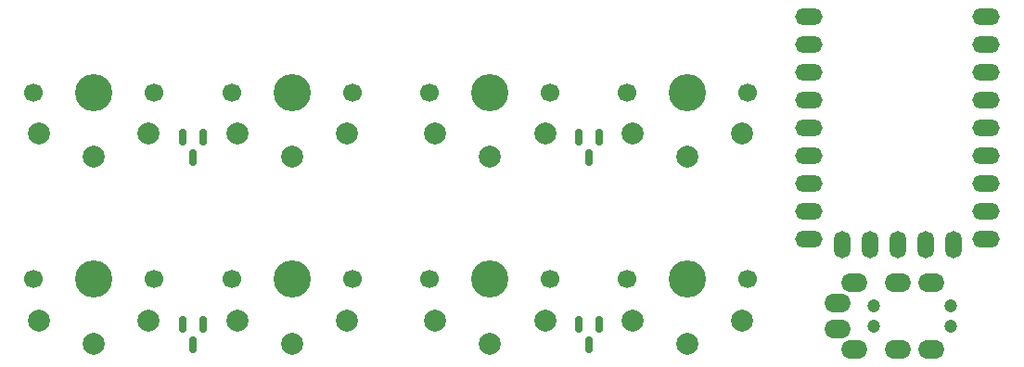
<source format=gbr>
%TF.GenerationSoftware,KiCad,Pcbnew,7.0.7*%
%TF.CreationDate,2023-09-04T22:47:59+10:00*%
%TF.ProjectId,art,6172742e-6b69-4636-9164-5f7063625858,rev?*%
%TF.SameCoordinates,Original*%
%TF.FileFunction,Soldermask,Bot*%
%TF.FilePolarity,Negative*%
%FSLAX46Y46*%
G04 Gerber Fmt 4.6, Leading zero omitted, Abs format (unit mm)*
G04 Created by KiCad (PCBNEW 7.0.7) date 2023-09-04 22:47:59*
%MOMM*%
%LPD*%
G01*
G04 APERTURE LIST*
G04 Aperture macros list*
%AMRoundRect*
0 Rectangle with rounded corners*
0 $1 Rounding radius*
0 $2 $3 $4 $5 $6 $7 $8 $9 X,Y pos of 4 corners*
0 Add a 4 corners polygon primitive as box body*
4,1,4,$2,$3,$4,$5,$6,$7,$8,$9,$2,$3,0*
0 Add four circle primitives for the rounded corners*
1,1,$1+$1,$2,$3*
1,1,$1+$1,$4,$5*
1,1,$1+$1,$6,$7*
1,1,$1+$1,$8,$9*
0 Add four rect primitives between the rounded corners*
20,1,$1+$1,$2,$3,$4,$5,0*
20,1,$1+$1,$4,$5,$6,$7,0*
20,1,$1+$1,$6,$7,$8,$9,0*
20,1,$1+$1,$8,$9,$2,$3,0*%
G04 Aperture macros list end*
%ADD10C,1.700000*%
%ADD11C,3.400000*%
%ADD12C,2.000000*%
%ADD13O,2.500000X1.500000*%
%ADD14O,1.500000X2.500000*%
%ADD15C,1.200000*%
%ADD16O,2.400000X1.700000*%
%ADD17RoundRect,0.150000X-0.150000X0.587500X-0.150000X-0.587500X0.150000X-0.587500X0.150000X0.587500X0*%
G04 APERTURE END LIST*
D10*
%TO.C,SW1*%
X31990394Y-36532388D03*
D11*
X37490394Y-36532388D03*
D10*
X42990394Y-36532388D03*
D12*
X32490394Y-40332388D03*
X42490394Y-40332388D03*
X37490394Y-42432388D03*
%TD*%
D10*
%TO.C,SW8*%
X86175000Y-53575000D03*
D11*
X91675000Y-53575000D03*
D10*
X97175000Y-53575000D03*
D12*
X86675000Y-57375000D03*
X96675000Y-57375000D03*
X91675000Y-59475000D03*
%TD*%
D10*
%TO.C,SW4*%
X86175000Y-36532388D03*
D11*
X91675000Y-36532388D03*
D10*
X97175000Y-36532388D03*
D12*
X86675000Y-40332388D03*
X96675000Y-40332388D03*
X91675000Y-42432388D03*
%TD*%
D10*
%TO.C,SW7*%
X68155598Y-53575000D03*
D11*
X73655598Y-53575000D03*
D10*
X79155598Y-53575000D03*
D12*
X68655598Y-57375000D03*
X78655598Y-57375000D03*
X73655598Y-59475000D03*
%TD*%
D10*
%TO.C,SW2*%
X50072996Y-36532388D03*
D11*
X55572996Y-36532388D03*
D10*
X61072996Y-36532388D03*
D12*
X50572996Y-40332388D03*
X60572996Y-40332388D03*
X55572996Y-42432388D03*
%TD*%
D10*
%TO.C,SW3*%
X68155598Y-36532388D03*
D11*
X73655598Y-36532388D03*
D10*
X79155598Y-36532388D03*
D12*
X68655598Y-40332388D03*
X78655598Y-40332388D03*
X73655598Y-42432388D03*
%TD*%
D13*
%TO.C,U1*%
X118952218Y-29616772D03*
X118952218Y-32156772D03*
X118952218Y-34696772D03*
X118952218Y-37236772D03*
X118952218Y-39776772D03*
X118952218Y-42316772D03*
X118952218Y-44856772D03*
X118952218Y-47396772D03*
X118952218Y-49936772D03*
D14*
X115912218Y-50436772D03*
X113372218Y-50436772D03*
X110832218Y-50436772D03*
X108292218Y-50436772D03*
X105752218Y-50436772D03*
D13*
X102712218Y-49936772D03*
X102712218Y-47396772D03*
X102712218Y-44856772D03*
X102712218Y-42316772D03*
X102712218Y-39776772D03*
X102712218Y-37236772D03*
X102712218Y-34696772D03*
X102712218Y-32156772D03*
X102712218Y-29616772D03*
%TD*%
D15*
%TO.C,J1*%
X115676860Y-57877684D03*
X115676860Y-56052084D03*
X108676860Y-57877684D03*
X108676860Y-56052084D03*
D16*
X106876860Y-59977684D03*
X106876860Y-53952084D03*
X110876860Y-59977684D03*
X110876860Y-53952084D03*
X113876860Y-59977684D03*
X113876860Y-53952084D03*
X105376860Y-58152084D03*
X105376860Y-55777684D03*
%TD*%
D10*
%TO.C,SW6*%
X50072996Y-53575000D03*
D11*
X55572996Y-53575000D03*
D10*
X61072996Y-53575000D03*
D12*
X50572996Y-57375000D03*
X60572996Y-57375000D03*
X55572996Y-59475000D03*
%TD*%
D10*
%TO.C,SW5*%
X31990394Y-53575000D03*
D11*
X37490394Y-53575000D03*
D10*
X42990394Y-53575000D03*
D12*
X32490394Y-57375000D03*
X42490394Y-57375000D03*
X37490394Y-59475000D03*
%TD*%
D17*
%TO.C,D3*%
X45576132Y-57745264D03*
X47476132Y-57745264D03*
X46526132Y-59620264D03*
%TD*%
%TO.C,D4*%
X81706572Y-57745264D03*
X83606572Y-57745264D03*
X82656572Y-59620264D03*
%TD*%
%TO.C,D2*%
X81723954Y-40659926D03*
X83623954Y-40659926D03*
X82673954Y-42534926D03*
%TD*%
%TO.C,D1*%
X45558750Y-40659926D03*
X47458750Y-40659926D03*
X46508750Y-42534926D03*
%TD*%
M02*

</source>
